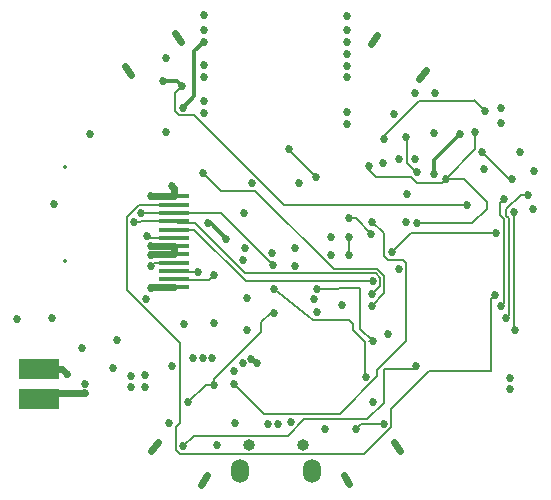
<source format=gbr>
%TF.GenerationSoftware,KiCad,Pcbnew,5.1.5+dfsg1-2~bpo10+1*%
%TF.CreationDate,Date%
%TF.ProjectId,osw,6f73772e-6b69-4636-9164-5f7063625858,1.0*%
%TF.SameCoordinates,Original*%
%TF.FileFunction,Copper,L4,Bot*%
%TF.FilePolarity,Positive*%
%FSLAX46Y46*%
G04 Gerber Fmt 4.6, Leading zero omitted, Abs format (unit mm)*
G04 Created by KiCad*
%MOMM*%
%LPD*%
G04 APERTURE LIST*
%TA.AperFunction,SMDPad,CuDef*%
%ADD10R,3.400000X1.700000*%
%TD*%
%TA.AperFunction,ComponentPad*%
%ADD11O,1.500000X2.000000*%
%TD*%
%TA.AperFunction,ComponentPad*%
%ADD12C,0.600000*%
%TD*%
%TA.AperFunction,SMDPad,CuDef*%
%ADD13R,2.500000X0.350000*%
%TD*%
%TA.AperFunction,ViaPad*%
%ADD14C,0.685800*%
%TD*%
%TA.AperFunction,Conductor*%
%ADD15C,0.152000*%
%TD*%
%TA.AperFunction,Conductor*%
%ADD16C,0.305000*%
%TD*%
%TA.AperFunction,Conductor*%
%ADD17C,0.610000*%
%TD*%
%ADD18C,0.330200*%
%ADD19C,0.350000*%
%ADD20O,0.999999X0.999999*%
%ADD21O,0.750000X1.200000*%
%ADD22C,0.400000*%
G04 APERTURE END LIST*
D10*
%TO.P,J1,2*%
%TO.N,GND*%
X140000000Y-119960000D03*
%TO.P,J1,1*%
%TO.N,/VBAT*%
X140000000Y-122500000D03*
%TD*%
D11*
%TO.P,U5,*%
%TO.N,*%
X163048000Y-128627000D03*
X156952000Y-128627000D03*
%TD*%
D12*
%TO.P,SW2,*%
%TO.N,*%
X168070486Y-92428537D02*
X168613600Y-91681005D01*
X172180292Y-95414486D02*
X172723406Y-94666954D01*
%TD*%
%TO.P,SW1,*%
%TO.N,*%
X147762793Y-95096106D02*
X147246099Y-94330076D01*
X151974304Y-92255406D02*
X151457610Y-91489376D01*
%TD*%
%TO.P,SW5,*%
%TO.N,*%
X154224304Y-128994594D02*
X153707610Y-129760624D01*
X150012793Y-126153894D02*
X149496099Y-126919924D01*
%TD*%
%TO.P,SW4,*%
%TO.N,*%
X170014760Y-126188818D02*
X170518006Y-126963750D01*
X165754314Y-128955585D02*
X166257560Y-129730517D01*
%TD*%
D13*
%TO.P,U4,6*%
%TO.N,GND*%
X151380000Y-109570000D03*
%TO.P,U4,5*%
X151380000Y-110270000D03*
%TO.P,U4,4*%
%TO.N,+3V3*%
X151380000Y-110970000D03*
%TO.P,U4,3*%
%TO.N,Net-(R1-Pad2)*%
X151380000Y-111670000D03*
%TO.P,U4,2*%
%TO.N,/LEDK*%
X151380000Y-112370000D03*
%TO.P,U4,1*%
%TO.N,GND*%
X151380000Y-113070000D03*
%TO.P,U4,7*%
%TO.N,/TFT_DC*%
X151380000Y-108870000D03*
%TO.P,U4,8*%
%TO.N,/TFT_CS*%
X151380000Y-108170000D03*
%TO.P,U4,9*%
%TO.N,/SCK*%
X151380000Y-107470000D03*
%TO.P,U4,10*%
%TO.N,/MOSI*%
X151380000Y-106770000D03*
%TO.P,U4,11*%
%TO.N,/TFT_RST*%
X151380000Y-106070000D03*
%TO.P,U4,12*%
%TO.N,GND*%
X151380000Y-105370000D03*
%TD*%
D14*
%TO.N,/EN*%
X169169080Y-124597160D03*
X166787500Y-125050000D03*
%TO.N,+3V3*%
X166052500Y-94297500D03*
X166052500Y-95250000D03*
X150749000Y-93662500D03*
X173482000Y-96647000D03*
X171767500Y-96583500D03*
X175641000Y-100076000D03*
X177673000Y-103060500D03*
X179070000Y-97853500D03*
X181864000Y-103251000D03*
X173418500Y-103441500D03*
X170434000Y-102235000D03*
X157543500Y-116713000D03*
X161671000Y-111252000D03*
X179832000Y-120713500D03*
X164147500Y-125031500D03*
X149453600Y-111226600D03*
X155829000Y-108940600D03*
X154276943Y-107613059D03*
X161607500Y-109728000D03*
X153009600Y-119024400D03*
X153822400Y-119024400D03*
X154660600Y-119024400D03*
X165633400Y-114579400D03*
X163220400Y-114046000D03*
%TO.N,/FLASH*%
X171931596Y-119683796D03*
X152151080Y-126532640D03*
X168122600Y-108534200D03*
X166243000Y-107188000D03*
%TO.N,GND*%
X142367000Y-120396000D03*
X156527500Y-124523500D03*
X161290000Y-124460000D03*
X179832000Y-121666000D03*
X179070000Y-99123500D03*
X166052500Y-90106500D03*
X166052500Y-91313000D03*
X166052500Y-92265500D03*
X166052500Y-93281500D03*
X166052500Y-98234500D03*
X166052500Y-99250500D03*
X153924000Y-90043000D03*
X153924000Y-91249500D03*
X153924000Y-94234000D03*
X153924000Y-95250000D03*
X153924000Y-97282000D03*
X153924000Y-98298000D03*
X150749000Y-99949000D03*
X144272000Y-100076000D03*
X169989500Y-98425000D03*
X173418500Y-100012500D03*
X171767500Y-102235000D03*
X161988500Y-104267000D03*
X157988000Y-104267000D03*
X157289500Y-106807000D03*
X151257000Y-104521000D03*
X149415500Y-109601000D03*
X149415500Y-113093500D03*
X149415500Y-110299500D03*
X149479000Y-105346500D03*
X155003500Y-126428500D03*
X157543500Y-113982500D03*
X154749500Y-116078000D03*
X141033500Y-115633500D03*
X152209500Y-116205000D03*
X181800500Y-106426000D03*
X180721000Y-101600000D03*
X157226000Y-110744000D03*
X163512500Y-115125500D03*
X168275000Y-122809000D03*
X138125200Y-115778280D03*
X164681200Y-110350000D03*
X148920200Y-121462800D03*
X147777200Y-121462800D03*
X147777200Y-120548400D03*
X148920200Y-120523000D03*
X146202400Y-119862600D03*
X158470600Y-119481600D03*
X157251400Y-119456200D03*
X156514800Y-120167400D03*
X157886400Y-119100600D03*
%TO.N,/VBUS*%
X151257000Y-119697500D03*
X151003000Y-124523500D03*
%TO.N,/VBAT*%
X143827500Y-122047000D03*
X143827500Y-121221500D03*
X146558000Y-117538500D03*
X143637000Y-118237000D03*
X164693287Y-108785635D03*
%TO.N,/LEDK*%
X154752040Y-111998760D03*
%TO.N,Net-(R5-Pad1)*%
X152146000Y-97853500D03*
X153924000Y-92265500D03*
%TO.N,/BTN2*%
X150431500Y-95567500D03*
X152091780Y-96021280D03*
X176240000Y-106100000D03*
%TO.N,/BTN3*%
X171038520Y-100365560D03*
X171968160Y-103286560D03*
%TO.N,/RX*%
X163542336Y-113166300D03*
X168216000Y-117648000D03*
%TO.N,/SCL*%
X176925000Y-99922360D03*
X174421800Y-103875840D03*
X167914320Y-102773480D03*
X170444189Y-111475520D03*
X171947840Y-107624880D03*
%TO.N,/SDA*%
X177698400Y-98160840D03*
X169174160Y-100512880D03*
X169489120Y-117002560D03*
X169113200Y-102539800D03*
X177520600Y-101584760D03*
X180037500Y-103850000D03*
%TO.N,/PIN_LED*%
X171018200Y-107492800D03*
X149021800Y-114020600D03*
%TO.N,/STAT_PWR*%
X141249400Y-106045000D03*
X171119800Y-105130600D03*
%TO.N,/MOSI*%
X148630640Y-106790900D03*
X167632252Y-120667652D03*
X159842200Y-113166300D03*
X159816800Y-111175800D03*
%TO.N,/MISO*%
X168173400Y-114604800D03*
X153847800Y-103378000D03*
%TO.N,/IO34*%
X180171473Y-106724404D03*
X180243480Y-116636800D03*
%TO.N,/IO35*%
X181369910Y-105232200D03*
X179552573Y-115620800D03*
%TO.N,Net-(R1-Pad2)*%
X153410131Y-111800846D03*
%TO.N,/B_MON*%
X166243884Y-108800819D03*
X166250000Y-110350000D03*
%TO.N,/RTC_INT*%
X179324000Y-105623360D03*
X179105561Y-114630200D03*
%TO.N,/TFT_DC*%
X149144549Y-108705784D03*
X169825289Y-110091329D03*
X178705100Y-108483400D03*
%TO.N,/TFT_CS*%
X168224200Y-112547400D03*
%TO.N,/TFT_RST*%
X178561999Y-113741200D03*
%TO.N,/GPS_TX*%
X163398200Y-103682800D03*
X161137600Y-101355099D03*
%TO.N,/MODE_SYNC*%
X156489400Y-121234200D03*
X168198800Y-107492800D03*
%TO.N,/SCK*%
X168173400Y-113588800D03*
X148020775Y-107559104D03*
%TO.N,/D_P*%
X157413434Y-109712806D03*
X160245256Y-124647186D03*
%TO.N,/D_N*%
X159687047Y-110170789D03*
X159359600Y-124663200D03*
%TO.N,Net-(R12-Pad2)*%
X154813000Y-121310400D03*
X159867600Y-115214400D03*
X152628600Y-122809000D03*
%TD*%
D15*
%TO.N,/EN*%
X167240340Y-124597160D02*
X166787500Y-125050000D01*
X169169080Y-124597160D02*
X167240340Y-124597160D01*
D16*
%TO.N,+3V3*%
X173418500Y-102298500D02*
X175641000Y-100076000D01*
X173418500Y-103441500D02*
X173418500Y-102298500D01*
D15*
X149710200Y-110970000D02*
X149453600Y-111226600D01*
X151380000Y-110970000D02*
X149710200Y-110970000D01*
D16*
X154501459Y-107613059D02*
X155829000Y-108940600D01*
X154276943Y-107613059D02*
X154501459Y-107613059D01*
D15*
%TO.N,/FLASH*%
X171622402Y-119992990D02*
X169182172Y-119992990D01*
X171931596Y-119683796D02*
X171622402Y-119992990D01*
X166776400Y-107188000D02*
X166243000Y-107188000D01*
X168122600Y-108534200D02*
X166776400Y-107188000D01*
X153055221Y-125628499D02*
X152151080Y-126532640D01*
X161037475Y-125628499D02*
X153055221Y-125628499D01*
X162420824Y-124245150D02*
X161037475Y-125628499D01*
X167754824Y-124245150D02*
X162420824Y-124245150D01*
X169182172Y-122817802D02*
X167754824Y-124245150D01*
X169182172Y-119992990D02*
X169182172Y-122817802D01*
D17*
%TO.N,GND*%
X141931000Y-119960000D02*
X142367000Y-120396000D01*
X140000000Y-119960000D02*
X141931000Y-119960000D01*
X151380000Y-104644000D02*
X151257000Y-104521000D01*
X151380000Y-105370000D02*
X151380000Y-104644000D01*
X149446500Y-109570000D02*
X149415500Y-109601000D01*
X151380000Y-109570000D02*
X149446500Y-109570000D01*
X149439000Y-113070000D02*
X149415500Y-113093500D01*
X151380000Y-113070000D02*
X149439000Y-113070000D01*
X149445000Y-110270000D02*
X149415500Y-110299500D01*
X151380000Y-110270000D02*
X149445000Y-110270000D01*
X151380000Y-110270000D02*
X151380000Y-109570000D01*
X149502500Y-105370000D02*
X149479000Y-105346500D01*
X151380000Y-105370000D02*
X149502500Y-105370000D01*
%TO.N,/VBAT*%
X140453000Y-122047000D02*
X140000000Y-122500000D01*
X143827500Y-122047000D02*
X140453000Y-122047000D01*
D15*
%TO.N,/LEDK*%
X154331053Y-112419747D02*
X154752040Y-111998760D01*
X151429747Y-112419747D02*
X154331053Y-112419747D01*
X151380000Y-112370000D02*
X151429747Y-112419747D01*
D16*
%TO.N,Net-(R5-Pad1)*%
X152146000Y-97853500D02*
X153098500Y-96901000D01*
X153098500Y-93091000D02*
X153924000Y-92265500D01*
X153098500Y-96901000D02*
X153098500Y-93091000D01*
%TO.N,/BTN2*%
X151638000Y-95567500D02*
X152091780Y-96021280D01*
X150431500Y-95567500D02*
X151638000Y-95567500D01*
D15*
X160714328Y-106100000D02*
X176240000Y-106100000D01*
X153086729Y-98472401D02*
X160714328Y-106100000D01*
X151848927Y-98472401D02*
X153086729Y-98472401D01*
X151527099Y-98150573D02*
X151848927Y-98472401D01*
X151527099Y-96585961D02*
X151527099Y-98150573D01*
X152091780Y-96021280D02*
X151527099Y-96585961D01*
%TO.N,/BTN3*%
X171903086Y-103286560D02*
X171968160Y-103286560D01*
X171148599Y-102532073D02*
X171903086Y-103286560D01*
X171148599Y-100475639D02*
X171148599Y-102532073D01*
X171038520Y-100365560D02*
X171148599Y-100475639D01*
%TO.N,/RX*%
X167914600Y-117648000D02*
X168216000Y-117648000D01*
X163542336Y-113166300D02*
X167132000Y-113106200D01*
X167132000Y-116564000D02*
X168216000Y-117648000D01*
X167132000Y-113106200D02*
X167132000Y-116564000D01*
%TO.N,/SCL*%
X171493073Y-103711599D02*
X168484961Y-103711599D01*
X172000213Y-104218739D02*
X171493073Y-103711599D01*
X174078901Y-104218739D02*
X172000213Y-104218739D01*
X174421800Y-103875840D02*
X174078901Y-104218739D01*
X167914320Y-103140958D02*
X167914320Y-102773480D01*
X168484961Y-103711599D02*
X167914320Y-103140958D01*
X176925000Y-101372640D02*
X174421800Y-103875840D01*
X176925000Y-99922360D02*
X176925000Y-101372640D01*
X175947374Y-103875840D02*
X174421800Y-103875840D01*
X177875341Y-106397953D02*
X177875341Y-105803807D01*
X177875341Y-105803807D02*
X175947374Y-103875840D01*
X176648414Y-107624880D02*
X177875341Y-106397953D01*
X171947840Y-107624880D02*
X176648414Y-107624880D01*
%TO.N,/SDA*%
X177698400Y-98160840D02*
X176778920Y-97241360D01*
X176754379Y-97265901D02*
X172180661Y-97265901D01*
X176778920Y-97241360D02*
X176754379Y-97265901D01*
X169174160Y-100272402D02*
X169174160Y-100512880D01*
X172180661Y-97265901D02*
X169174160Y-100272402D01*
X179785840Y-103850000D02*
X180037500Y-103850000D01*
X177520600Y-101584760D02*
X179785840Y-103850000D01*
%TO.N,/MOSI*%
X151359100Y-106790900D02*
X151380000Y-106770000D01*
X148630640Y-106790900D02*
X151359100Y-106790900D01*
X155411000Y-106770000D02*
X151380000Y-106770000D01*
X159816800Y-111175800D02*
X155411000Y-106770000D01*
X163195000Y-115824000D02*
X159842200Y-113166300D01*
X166243000Y-115824000D02*
X166547800Y-116128800D01*
X163195000Y-115824000D02*
X166243000Y-115824000D01*
X166547800Y-116128800D02*
X166547800Y-116687600D01*
X166547800Y-116687600D02*
X167563800Y-117703600D01*
X167563800Y-120599200D02*
X167632252Y-120667652D01*
X167563800Y-117703600D02*
X167563800Y-120599200D01*
%TO.N,/MISO*%
X155355701Y-104885901D02*
X153847800Y-103378000D01*
X158285073Y-104885901D02*
X155355701Y-104885901D01*
X168609482Y-111518891D02*
X164918063Y-111518891D01*
X169195111Y-112104520D02*
X168609482Y-111518891D01*
X169195111Y-113583089D02*
X169195111Y-112104520D01*
X164918063Y-111518891D02*
X158285073Y-104885901D01*
X168173400Y-114604800D02*
X169195111Y-113583089D01*
%TO.N,/IO34*%
X180171473Y-116564793D02*
X180243480Y-116636800D01*
X180171473Y-106724404D02*
X180171473Y-116564793D01*
%TO.N,/IO35*%
X179724461Y-115448912D02*
X179552573Y-115620800D01*
X180747703Y-105232200D02*
X179552572Y-106427331D01*
X179724461Y-107193366D02*
X179724461Y-115448912D01*
X179552572Y-107021477D02*
X179724461Y-107193366D01*
X179552572Y-106427331D02*
X179552572Y-107021477D01*
X181369910Y-105232200D02*
X180747703Y-105232200D01*
%TO.N,Net-(R1-Pad2)*%
X151510846Y-111800846D02*
X151380000Y-111670000D01*
X153410131Y-111800846D02*
X151510846Y-111800846D01*
%TO.N,/B_MON*%
X166243884Y-110343884D02*
X166250000Y-110350000D01*
X166243884Y-108800819D02*
X166243884Y-110343884D01*
%TO.N,/RTC_INT*%
X179324000Y-105623360D02*
X178981101Y-105966259D01*
X179324000Y-107290722D02*
X179324000Y-114411761D01*
X178981101Y-106947823D02*
X179324000Y-107290722D01*
X178981101Y-105966259D02*
X178981101Y-106947823D01*
X179324000Y-114411761D02*
X179105561Y-114630200D01*
%TO.N,/TFT_DC*%
X149308765Y-108870000D02*
X149144549Y-108705784D01*
X151380000Y-108870000D02*
X149308765Y-108870000D01*
X171433218Y-108483400D02*
X178705100Y-108483400D01*
X169825289Y-110091329D02*
X171433218Y-108483400D01*
%TO.N,/TFT_CS*%
X153099800Y-108170000D02*
X151380000Y-108170000D01*
X157477200Y-112547400D02*
X153099800Y-108170000D01*
X168224200Y-112547400D02*
X157477200Y-112547400D01*
%TO.N,/TFT_RST*%
X151875901Y-117790675D02*
X147401874Y-113316648D01*
X151875901Y-124566573D02*
X151875901Y-117790675D01*
X151532179Y-124910295D02*
X151875901Y-124566573D01*
X151532179Y-126829713D02*
X151532179Y-124910295D01*
X147401874Y-113316648D02*
X147401874Y-107103692D01*
X151882967Y-127180501D02*
X151532179Y-126829713D01*
X167501713Y-127180501D02*
X151882967Y-127180501D01*
X169787981Y-124894233D02*
X167501713Y-127180501D01*
X147401874Y-107103692D02*
X148435566Y-106070000D01*
X169787981Y-123329261D02*
X169787981Y-124894233D01*
X173002332Y-120114910D02*
X169787981Y-123329261D01*
X148435566Y-106070000D02*
X151380000Y-106070000D01*
X178219100Y-120114910D02*
X173002332Y-120114910D01*
X178219100Y-114084099D02*
X178219100Y-120114910D01*
X178561999Y-113741200D02*
X178219100Y-114084099D01*
%TO.N,/GPS_TX*%
X161137600Y-101422200D02*
X161137600Y-101355099D01*
X163398200Y-103682800D02*
X161137600Y-101422200D01*
%TO.N,/MODE_SYNC*%
X171063090Y-117614255D02*
X168630600Y-120046745D01*
X171063090Y-110992090D02*
X171063090Y-117614255D01*
X169206388Y-108500388D02*
X169206388Y-110388402D01*
X170781230Y-110710230D02*
X171063090Y-110992090D01*
X169528216Y-110710230D02*
X170781230Y-110710230D01*
X169206388Y-110388402D02*
X169528216Y-110710230D01*
X168198800Y-107492800D02*
X169206388Y-108500388D01*
X168630600Y-120585278D02*
X165416278Y-123799600D01*
X168630600Y-120046745D02*
X168630600Y-120585278D01*
X159054800Y-123799600D02*
X156489400Y-121234200D01*
X165416278Y-123799600D02*
X159054800Y-123799600D01*
%TO.N,/SCK*%
X153194472Y-107628446D02*
X151719370Y-107628446D01*
X168843101Y-112919099D02*
X168843101Y-112250327D01*
X168463675Y-111870901D02*
X157436927Y-111870901D01*
X168843101Y-112250327D02*
X168463675Y-111870901D01*
X157436927Y-111870901D02*
X153194472Y-107628446D01*
X168173400Y-113588800D02*
X168843101Y-112919099D01*
X148594812Y-107470000D02*
X151380000Y-107470000D01*
X148505708Y-107559104D02*
X148594812Y-107470000D01*
X148020775Y-107559104D02*
X148505708Y-107559104D01*
%TO.N,Net-(R12-Pad2)*%
X154813000Y-120825467D02*
X158800800Y-116837667D01*
X154813000Y-121310400D02*
X154813000Y-120825467D01*
X158800800Y-116837667D02*
X158800800Y-116027200D01*
X159613600Y-115214400D02*
X159867600Y-115214400D01*
X158800800Y-116027200D02*
X159613600Y-115214400D01*
X154127200Y-121310400D02*
X152628600Y-122809000D01*
X154813000Y-121310400D02*
X154127200Y-121310400D01*
%TD*%
D18*
X169169080Y-124597160D03*
X166787500Y-125050000D03*
X166052500Y-94297500D03*
X166052500Y-95250000D03*
X150749000Y-93662500D03*
X173482000Y-96647000D03*
X171767500Y-96583500D03*
X175641000Y-100076000D03*
X177673000Y-103060500D03*
X179070000Y-97853500D03*
X181864000Y-103251000D03*
X173418500Y-103441500D03*
X170434000Y-102235000D03*
X157543500Y-116713000D03*
X161671000Y-111252000D03*
X179832000Y-120713500D03*
X164147500Y-125031500D03*
X149453600Y-111226600D03*
X155829000Y-108940600D03*
X154276943Y-107613059D03*
X161607500Y-109728000D03*
X153009600Y-119024400D03*
X153822400Y-119024400D03*
X154660600Y-119024400D03*
X165633400Y-114579400D03*
X163220400Y-114046000D03*
X171931596Y-119683796D03*
X152151080Y-126532640D03*
X168122600Y-108534200D03*
X166243000Y-107188000D03*
X142367000Y-120396000D03*
X156527500Y-124523500D03*
X161290000Y-124460000D03*
X179832000Y-121666000D03*
X179070000Y-99123500D03*
X166052500Y-90106500D03*
X166052500Y-91313000D03*
X166052500Y-92265500D03*
X166052500Y-93281500D03*
X166052500Y-98234500D03*
X166052500Y-99250500D03*
X153924000Y-90043000D03*
X153924000Y-91249500D03*
X153924000Y-94234000D03*
X153924000Y-95250000D03*
X153924000Y-97282000D03*
X153924000Y-98298000D03*
X150749000Y-99949000D03*
X144272000Y-100076000D03*
X169989500Y-98425000D03*
X173418500Y-100012500D03*
X171767500Y-102235000D03*
X161988500Y-104267000D03*
X157988000Y-104267000D03*
X157289500Y-106807000D03*
X151257000Y-104521000D03*
X149415500Y-109601000D03*
X149415500Y-113093500D03*
X149415500Y-110299500D03*
X149479000Y-105346500D03*
X155003500Y-126428500D03*
X157543500Y-113982500D03*
X154749500Y-116078000D03*
X141033500Y-115633500D03*
X152209500Y-116205000D03*
X181800500Y-106426000D03*
X180721000Y-101600000D03*
X157226000Y-110744000D03*
X163512500Y-115125500D03*
X168275000Y-122809000D03*
X138125200Y-115778280D03*
X164681200Y-110350000D03*
X148920200Y-121462800D03*
X147777200Y-121462800D03*
X147777200Y-120548400D03*
X148920200Y-120523000D03*
X146202400Y-119862600D03*
X158470600Y-119481600D03*
X157251400Y-119456200D03*
X156514800Y-120167400D03*
X157886400Y-119100600D03*
X151257000Y-119697500D03*
X151003000Y-124523500D03*
X143827500Y-122047000D03*
X143827500Y-121221500D03*
X146558000Y-117538500D03*
X143637000Y-118237000D03*
X164693287Y-108785635D03*
X154752040Y-111998760D03*
X152146000Y-97853500D03*
X153924000Y-92265500D03*
X150431500Y-95567500D03*
X152091780Y-96021280D03*
X176240000Y-106100000D03*
X171038520Y-100365560D03*
X171968160Y-103286560D03*
X163542336Y-113166300D03*
X168216000Y-117648000D03*
X176925000Y-99922360D03*
X174421800Y-103875840D03*
X167914320Y-102773480D03*
X170444189Y-111475520D03*
X171947840Y-107624880D03*
X177698400Y-98160840D03*
X169174160Y-100512880D03*
X169489120Y-117002560D03*
X169113200Y-102539800D03*
X177520600Y-101584760D03*
X180037500Y-103850000D03*
X171018200Y-107492800D03*
X149021800Y-114020600D03*
X141249400Y-106045000D03*
X171119800Y-105130600D03*
X148630640Y-106790900D03*
X167632252Y-120667652D03*
X159842200Y-113166300D03*
X159816800Y-111175800D03*
X168173400Y-114604800D03*
X153847800Y-103378000D03*
X180171473Y-106724404D03*
X180243480Y-116636800D03*
X181369910Y-105232200D03*
X179552573Y-115620800D03*
X153410131Y-111800846D03*
X166243884Y-108800819D03*
X166250000Y-110350000D03*
X179324000Y-105623360D03*
X179105561Y-114630200D03*
X149144549Y-108705784D03*
X169825289Y-110091329D03*
X178705100Y-108483400D03*
X168224200Y-112547400D03*
X178561999Y-113741200D03*
X163398200Y-103682800D03*
X161137600Y-101355099D03*
X156489400Y-121234200D03*
X168198800Y-107492800D03*
X168173400Y-113588800D03*
X148020775Y-107559104D03*
X157413434Y-109712806D03*
X160245256Y-124647186D03*
X159687047Y-110170789D03*
X159359600Y-124663200D03*
X154813000Y-121310400D03*
X159867600Y-115214400D03*
X152628600Y-122809000D03*
D19*
X142200000Y-110850000D03*
X142200000Y-102870000D03*
D20*
X162286000Y-126404500D03*
X157714000Y-126404500D03*
D21*
X163048000Y-128627000D03*
X156952000Y-128627000D03*
D22*
X168165707Y-92297476D02*
X168518379Y-91812066D01*
X172275513Y-95283425D02*
X172628185Y-94798015D01*
X147672204Y-94961802D02*
X147336688Y-94464380D01*
X151883715Y-92121102D02*
X151548199Y-91623680D01*
X154133715Y-129128898D02*
X153798199Y-129626320D01*
X149922204Y-126288198D02*
X149586688Y-126785620D01*
X170102991Y-126324683D02*
X170429775Y-126827885D01*
X165842545Y-129091450D02*
X166169329Y-129594652D01*
M02*

</source>
